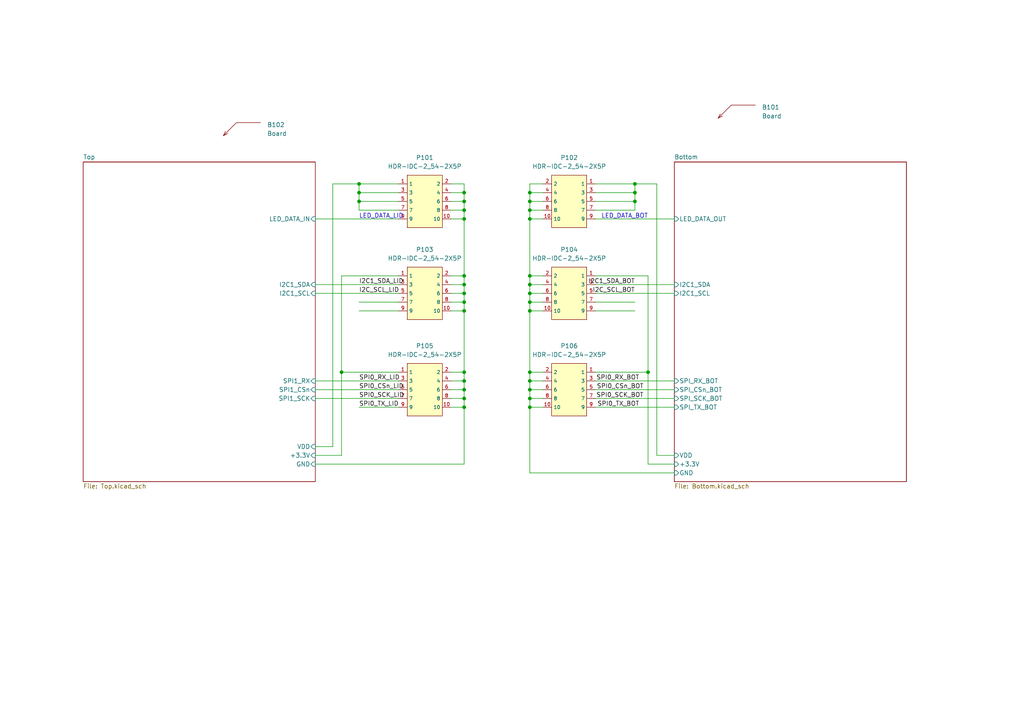
<source format=kicad_sch>
(kicad_sch (version 20230121) (generator eeschema)
  (paper "A4")
  (lib_symbols
    (symbol "HDR-IDC-2_54-2X5P:HDR-IDC-2_54-2X5P"
      (property "Reference" "P" (at 0 1.27 0))
      (property "Value" "HDR-IDC-2_54-2X5P" (at 0 -2.54 0))
      (symbol "HDR-IDC-2_54-2X5P_0_1"
        (rectangle (start -5.08 7.62) (end 5.08 -7.62) (fill (type background)))
        (pin unspecified line (at -7.62 5.08 0) (length 2.54) (name "1") (number "1"))
        (pin unspecified line (at 7.62 -5.08 180) (length 2.54) (name "10") (number "10"))
        (pin unspecified line (at 7.62 5.08 180) (length 2.54) (name "2") (number "2"))
        (pin unspecified line (at -7.62 2.54 0) (length 2.54) (name "3") (number "3"))
        (pin unspecified line (at 7.62 2.54 180) (length 2.54) (name "4") (number "4"))
        (pin unspecified line (at -7.62 0 0) (length 2.54) (name "5") (number "5"))
        (pin unspecified line (at 7.62 0 180) (length 2.54) (name "6") (number "6"))
        (pin unspecified line (at -7.62 -2.54 0) (length 2.54) (name "7") (number "7"))
        (pin unspecified line (at 7.62 -2.54 180) (length 2.54) (name "8") (number "8"))
        (pin unspecified line (at -7.62 -5.08 0) (length 2.54) (name "9") (number "9"))
      )
    )
    (symbol "PCM_kikit:Board" (in_bom no)
      (property "Reference" "B" (at 5.08 5.08 0))
      (property "Value" "Board" (at 5.08 2.54 0))
      (symbol "Board_0_1"
        (polyline (pts (xy 0 0) (xy 3.81 3.81) (xy 10.795 3.81)) (stroke (width 0.1524)))
        (polyline (pts (xy 0.635 1.27) (xy 0 0) (xy 1.27 0.635)) (stroke (width 0.1524)))
      )
    )
  )
  (junction (at 153.67 90.17))
  (junction (at 153.67 107.95))
  (junction (at 153.67 115.57))
  (junction (at 134.62 113.03))
  (junction (at 134.62 85.09))
  (junction (at 187.96 107.95))
  (junction (at 104.14 55.88))
  (junction (at 153.67 55.88))
  (junction (at 153.67 63.5))
  (junction (at 184.15 53.34))
  (junction (at 184.15 58.42))
  (junction (at 153.67 118.11))
  (junction (at 153.67 113.03))
  (junction (at 153.67 110.49))
  (junction (at 104.14 53.34))
  (junction (at 153.67 60.96))
  (junction (at 134.62 80.01))
  (junction (at 134.62 110.49))
  (junction (at 134.62 115.57))
  (junction (at 134.62 60.96))
  (junction (at 134.62 58.42))
  (junction (at 104.14 58.42))
  (junction (at 134.62 90.17))
  (junction (at 153.67 82.55))
  (junction (at 134.62 55.88))
  (junction (at 153.67 80.01))
  (junction (at 134.62 107.95))
  (junction (at 134.62 118.11))
  (junction (at 153.67 58.42))
  (junction (at 153.67 87.63))
  (junction (at 134.62 63.5))
  (junction (at 134.62 87.63))
  (junction (at 99.06 107.95))
  (junction (at 134.62 82.55))
  (junction (at 184.15 55.88))
  (junction (at 153.67 85.09))
  (wire (pts (xy 134.62 107.95) (xy 134.62 110.49)))
  (wire (pts (xy 130.81 110.49) (xy 134.62 110.49)))
  (wire (pts (xy 153.67 53.34) (xy 153.67 55.88)))
  (wire (pts (xy 104.14 53.34) (xy 104.14 55.88)))
  (wire (pts (xy 134.62 85.09) (xy 134.62 87.63)))
  (wire (pts (xy 104.14 58.42) (xy 115.57 58.42)))
  (wire (pts (xy 130.81 85.09) (xy 134.62 85.09)))
  (wire (pts (xy 104.14 53.34) (xy 115.57 53.34)))
  (wire (pts (xy 190.5 53.34) (xy 190.5 132.08)))
  (wire (pts (xy 134.62 82.55) (xy 134.62 85.09)))
  (wire (pts (xy 157.48 55.88) (xy 153.67 55.88)))
  (wire (pts (xy 153.67 110.49) (xy 153.67 113.03)))
  (wire (pts (xy 153.67 115.57) (xy 157.48 115.57)))
  (wire (pts (xy 130.81 58.42) (xy 134.62 58.42)))
  (wire (pts (xy 134.62 113.03) (xy 134.62 115.57)))
  (wire (pts (xy 172.72 115.57) (xy 195.58 115.57)))
  (wire (pts (xy 153.67 63.5) (xy 153.67 80.01)))
  (wire (pts (xy 184.15 55.88) (xy 172.72 55.88)))
  (wire (pts (xy 91.44 63.5) (xy 115.57 63.5)))
  (wire (pts (xy 153.67 115.57) (xy 153.67 118.11)))
  (wire (pts (xy 153.67 82.55) (xy 153.67 85.09)))
  (wire (pts (xy 172.72 110.49) (xy 195.58 110.49)))
  (wire (pts (xy 153.67 113.03) (xy 157.48 113.03)))
  (wire (pts (xy 157.48 82.55) (xy 153.67 82.55)))
  (wire (pts (xy 99.06 132.08) (xy 91.44 132.08)))
  (wire (pts (xy 96.52 129.54) (xy 96.52 53.34)))
  (wire (pts (xy 130.81 60.96) (xy 134.62 60.96)))
  (wire (pts (xy 91.44 110.49) (xy 115.57 110.49)))
  (wire (pts (xy 153.67 118.11) (xy 153.67 137.16)))
  (wire (pts (xy 153.67 90.17) (xy 157.48 90.17)))
  (wire (pts (xy 130.81 80.01) (xy 134.62 80.01)))
  (wire (pts (xy 134.62 90.17) (xy 134.62 107.95)))
  (wire (pts (xy 172.72 113.03) (xy 195.58 113.03)))
  (wire (pts (xy 153.67 63.5) (xy 157.48 63.5)))
  (wire (pts (xy 157.48 58.42) (xy 153.67 58.42)))
  (wire (pts (xy 157.48 60.96) (xy 153.67 60.96)))
  (wire (pts (xy 184.15 53.34) (xy 184.15 55.88)))
  (wire (pts (xy 130.81 107.95) (xy 134.62 107.95)))
  (wire (pts (xy 96.52 53.34) (xy 104.14 53.34)))
  (wire (pts (xy 153.67 118.11) (xy 157.48 118.11)))
  (wire (pts (xy 172.72 80.01) (xy 187.96 80.01)))
  (wire (pts (xy 153.67 113.03) (xy 153.67 115.57)))
  (wire (pts (xy 153.67 107.95) (xy 157.48 107.95)))
  (wire (pts (xy 104.14 55.88) (xy 104.14 58.42)))
  (wire (pts (xy 134.62 118.11) (xy 130.81 118.11)))
  (wire (pts (xy 157.48 80.01) (xy 153.67 80.01)))
  (wire (pts (xy 130.81 53.34) (xy 134.62 53.34)))
  (wire (pts (xy 91.44 113.03) (xy 115.57 113.03)))
  (wire (pts (xy 134.62 60.96) (xy 134.62 63.5)))
  (wire (pts (xy 153.67 107.95) (xy 153.67 110.49)))
  (wire (pts (xy 190.5 132.08) (xy 195.58 132.08)))
  (wire (pts (xy 104.14 90.17) (xy 115.57 90.17)))
  (wire (pts (xy 153.67 55.88) (xy 153.67 58.42)))
  (wire (pts (xy 184.15 87.63) (xy 172.72 87.63)))
  (wire (pts (xy 172.72 82.55) (xy 195.58 82.55)))
  (wire (pts (xy 184.15 53.34) (xy 172.72 53.34)))
  (wire (pts (xy 104.14 60.96) (xy 115.57 60.96)))
  (wire (pts (xy 184.15 55.88) (xy 184.15 58.42)))
  (wire (pts (xy 91.44 129.54) (xy 96.52 129.54)))
  (wire (pts (xy 184.15 58.42) (xy 172.72 58.42)))
  (wire (pts (xy 104.14 55.88) (xy 115.57 55.88)))
  (wire (pts (xy 187.96 80.01) (xy 187.96 107.95)))
  (wire (pts (xy 134.62 53.34) (xy 134.62 55.88)))
  (wire (pts (xy 184.15 58.42) (xy 184.15 60.96)))
  (wire (pts (xy 134.62 110.49) (xy 134.62 113.03)))
  (wire (pts (xy 157.48 87.63) (xy 153.67 87.63)))
  (wire (pts (xy 153.67 60.96) (xy 153.67 63.5)))
  (wire (pts (xy 91.44 85.09) (xy 115.57 85.09)))
  (wire (pts (xy 130.81 87.63) (xy 134.62 87.63)))
  (wire (pts (xy 184.15 90.17) (xy 172.72 90.17)))
  (wire (pts (xy 91.44 134.62) (xy 134.62 134.62)))
  (wire (pts (xy 134.62 90.17) (xy 130.81 90.17)))
  (wire (pts (xy 134.62 87.63) (xy 134.62 90.17)))
  (wire (pts (xy 153.67 137.16) (xy 195.58 137.16)))
  (wire (pts (xy 99.06 107.95) (xy 99.06 132.08)))
  (wire (pts (xy 104.14 87.63) (xy 115.57 87.63)))
  (wire (pts (xy 134.62 63.5) (xy 130.81 63.5)))
  (wire (pts (xy 153.67 110.49) (xy 157.48 110.49)))
  (wire (pts (xy 153.67 80.01) (xy 153.67 82.55)))
  (wire (pts (xy 104.14 118.11) (xy 115.57 118.11)))
  (wire (pts (xy 187.96 107.95) (xy 187.96 134.62)))
  (wire (pts (xy 184.15 60.96) (xy 172.72 60.96)))
  (wire (pts (xy 184.15 53.34) (xy 190.5 53.34)))
  (wire (pts (xy 157.48 85.09) (xy 153.67 85.09)))
  (wire (pts (xy 153.67 90.17) (xy 153.67 107.95)))
  (wire (pts (xy 134.62 63.5) (xy 134.62 80.01)))
  (wire (pts (xy 172.72 107.95) (xy 187.96 107.95)))
  (wire (pts (xy 153.67 87.63) (xy 153.67 90.17)))
  (wire (pts (xy 130.81 82.55) (xy 134.62 82.55)))
  (wire (pts (xy 172.72 118.11) (xy 195.58 118.11)))
  (wire (pts (xy 134.62 118.11) (xy 134.62 134.62)))
  (wire (pts (xy 104.14 58.42) (xy 104.14 60.96)))
  (wire (pts (xy 187.96 134.62) (xy 195.58 134.62)))
  (wire (pts (xy 99.06 107.95) (xy 99.06 80.01)))
  (wire (pts (xy 130.81 55.88) (xy 134.62 55.88)))
  (wire (pts (xy 153.67 58.42) (xy 153.67 60.96)))
  (wire (pts (xy 130.81 113.03) (xy 134.62 113.03)))
  (wire (pts (xy 130.81 115.57) (xy 134.62 115.57)))
  (wire (pts (xy 172.72 85.09) (xy 195.58 85.09)))
  (wire (pts (xy 99.06 107.95) (xy 115.57 107.95)))
  (wire (pts (xy 91.44 82.55) (xy 115.57 82.55)))
  (wire (pts (xy 134.62 58.42) (xy 134.62 60.96)))
  (wire (pts (xy 153.67 85.09) (xy 153.67 87.63)))
  (wire (pts (xy 172.72 63.5) (xy 195.58 63.5)))
  (wire (pts (xy 157.48 53.34) (xy 153.67 53.34)))
  (wire (pts (xy 134.62 80.01) (xy 134.62 82.55)))
  (wire (pts (xy 134.62 115.57) (xy 134.62 118.11)))
  (wire (pts (xy 99.06 80.01) (xy 115.57 80.01)))
  (wire (pts (xy 91.44 115.57) (xy 115.57 115.57)))
  (wire (pts (xy 134.62 55.88) (xy 134.62 58.42)))
  (text "LED_DATA_BOT" (at 187.96 63.5 0) (effects (font (size 1.27 1.27)) (justify right bottom)))
  (text "LED_DATA_LID" (at 104.14 63.5 0) (effects (font (size 1.27 1.27)) (justify left bottom)))
  (label "I2C1_SDA_LID" (at 104.14 82.55 0))
  (label "I2C1_SDA_BOT" (at 184.15 82.55 180))
  (label "I2C_SCL_LID" (at 104.14 85.09 0))
  (label "SPI0_RX_LID" (at 104.14 110.49 0))
  (label "SPI0_SCK_LID" (at 104.14 115.57 0))
  (label "I2C_SCL_BOT" (at 184.15 85.09 180))
  (label "SPI0_TX_BOT" (at 185.42 118.11 180))
  (label "SPI0_TX_LID" (at 104.14 118.11 0))
  (label "SPI0_SCK_BOT" (at 186.69 115.57 180))
  (label "SPI0_CSn_BOT" (at 186.69 113.03 180))
  (label "SPI0_RX_BOT" (at 185.42 110.49 180))
  (label "SPI0_CSn_LID" (at 104.14 113.03 0))
  (symbol (lib_id "HDR-IDC-2_54-2X5P:HDR-IDC-2_54-2X5P") (at 123.19 58.42 0) (unit 1)
    (property "Reference" "P101" (at 123.19 45.72 0))
    (property "Value" "HDR-IDC-2_54-2X5P" (at 123.19 48.26 0))
    (property "Footprint" "footprint:IDC-TH_10P-P2.54_C5665" (effects hide))
    (property "Datasheet" "https://item.szlcsc.com/6118.html" (effects hide))
    (property "LCSC" "C5665" (effects hide))
  )
  (symbol (lib_id "HDR-IDC-2_54-2X5P:HDR-IDC-2_54-2X5P") (at 123.19 113.03 0) (unit 1)
    (property "Reference" "P105" (at 123.19 100.33 0))
    (property "Value" "HDR-IDC-2_54-2X5P" (at 123.19 102.87 0))
    (property "Footprint" "footprint:IDC-TH_10P-P2.54_C5665" (effects hide))
    (property "Datasheet" "https://item.szlcsc.com/6118.html" (effects hide))
    (property "LCSC" "C5665" (effects hide))
  )
  (symbol (lib_id "PCM_kikit:Board") (at 64.77 39.37 0) (unit 1) (in_bom no)
    (property "Reference" "B102" (at 77.47 36.195 0) (effects (justify left)))
    (property "Value" "Board" (at 77.47 38.735 0) (effects (justify left)))
    (property "Footprint" "kikit:Board" (effects hide))
  )
  (symbol (lib_id "HDR-IDC-2_54-2X5P:HDR-IDC-2_54-2X5P") (at 165.1 113.03 0) (mirror y) (unit 1)
    (property "Reference" "P106" (at 165.1 100.33 0))
    (property "Value" "HDR-IDC-2_54-2X5P" (at 165.1 102.87 0))
    (property "Footprint" "footprint:IDC-TH_10P-P2.54_C5665" (effects hide))
    (property "Datasheet" "https://item.szlcsc.com/6118.html" (effects hide))
    (property "LCSC" "C5665" (effects hide))
  )
  (symbol (lib_id "PCM_kikit:Board") (at 208.28 34.29 0) (unit 1) (in_bom no)
    (property "Reference" "B101" (at 220.98 31.115 0) (effects (justify left)))
    (property "Value" "Board" (at 220.98 33.655 0) (effects (justify left)))
    (property "Footprint" "kikit:Board" (effects hide))
  )
  (symbol (lib_id "HDR-IDC-2_54-2X5P:HDR-IDC-2_54-2X5P") (at 165.1 85.09 0) (mirror y) (unit 1)
    (property "Reference" "P104" (at 165.1 72.39 0))
    (property "Value" "HDR-IDC-2_54-2X5P" (at 165.1 74.93 0))
    (property "Footprint" "footprint:IDC-TH_10P-P2.54_C5665" (effects hide))
    (property "Datasheet" "https://item.szlcsc.com/6118.html" (effects hide))
    (property "LCSC" "C5665" (effects hide))
  )
  (symbol (lib_id "HDR-IDC-2_54-2X5P:HDR-IDC-2_54-2X5P") (at 123.19 85.09 0) (unit 1)
    (property "Reference" "P103" (at 123.19 72.39 0))
    (property "Value" "HDR-IDC-2_54-2X5P" (at 123.19 74.93 0))
    (property "Footprint" "footprint:IDC-TH_10P-P2.54_C5665" (effects hide))
    (property "Datasheet" "https://item.szlcsc.com/6118.html" (effects hide))
    (property "LCSC" "C5665" (effects hide))
  )
  (symbol (lib_id "HDR-IDC-2_54-2X5P:HDR-IDC-2_54-2X5P") (at 165.1 58.42 0) (mirror y) (unit 1)
    (property "Reference" "P102" (at 165.1 45.72 0))
    (property "Value" "HDR-IDC-2_54-2X5P" (at 165.1 48.26 0))
    (property "Footprint" "footprint:IDC-TH_10P-P2.54_C5665" (effects hide))
    (property "Datasheet" "https://item.szlcsc.com/6118.html" (effects hide))
    (property "LCSC" "C5665" (effects hide))
  )
  (sheet (at 24.13 46.99) (size 67.31 92.71) (stroke (width 0.1524))
    (property "Sheetname" "Top" (at 24.13 46.2784 0) (effects (justify left bottom)))
    (property "Sheetfile" "Top.kicad_sch" (at 24.13 140.2846 0) (effects (justify left top)))
    (pin "GND" input (at 91.44 134.62 0))
    (pin "+3.3V" input (at 91.44 132.08 0))
    (pin "VDD" input (at 91.44 129.54 0))
    (pin "I2C1_SDA" input (at 91.44 82.55 0))
    (pin "I2C1_SCL" input (at 91.44 85.09 0))
    (pin "SPI1_RX" input (at 91.44 110.49 0))
    (pin "SPI1_SCK" input (at 91.44 115.57 0))
    (pin "SPI1_CSn" input (at 91.44 113.03 0))
    (pin "LED_DATA_IN" input (at 91.44 63.5 0))
  )
  (sheet (at 195.58 46.99) (size 67.31 92.71) (stroke (width 0.1524))
    (property "Sheetname" "Bottom" (at 195.58 46.2784 0) (effects (justify left bottom)))
    (property "Sheetfile" "Bottom.kicad_sch" (at 195.58 140.2846 0) (effects (justify left top)))
    (pin "GND" input (at 195.58 137.16 180))
    (pin "+3.3V" input (at 195.58 134.62 180))
    (pin "VDD" input (at 195.58 132.08 180))
    (pin "LED_DATA_OUT" input (at 195.58 63.5 180))
    (pin "I2C1_SDA" input (at 195.58 82.55 180))
    (pin "I2C1_SCL" input (at 195.58 85.09 180))
    (pin "SPI_CSn_BOT" input (at 195.58 113.03 180))
    (pin "SPI_RX_BOT" input (at 195.58 110.49 180))
    (pin "SPI_SCK_BOT" input (at 195.58 115.57 180))
    (pin "SPI_TX_BOT" input (at 195.58 118.11 180))
  )
)
</source>
